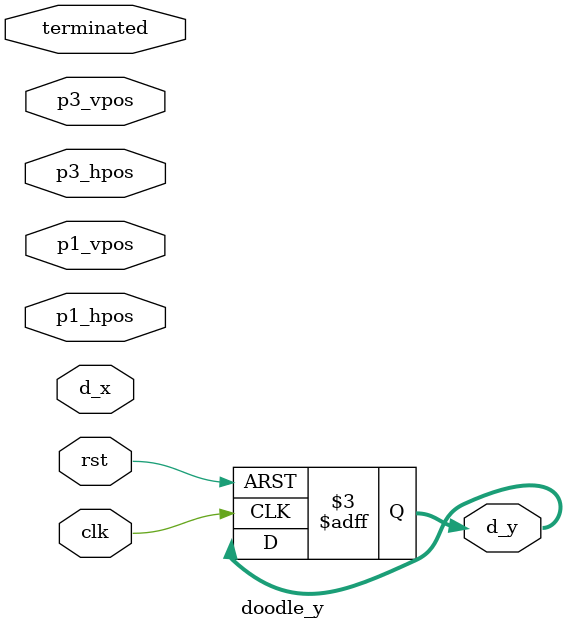
<source format=v>
`timescale 1ns / 1ps

module doodle_y(
    input clk, 
    input rst,
    input terminated,
    input [9:0] p1_vpos,
    input [9:0] p3_vpos,
    input [9:0] p1_hpos,
    input [9:0] p3_hpos,
    input wire [9:0] d_x,
    output reg [9:0] d_y
	 
   );
     
    localparam size = 50;
    localparam plat_width = 75;
    localparam gravity = 2;
     
	 
	  
    initial begin
		 d_y = 510;
    end
     
    always @ (posedge clk or posedge rst) begin
        if (rst) begin
             d_y <= 510;
        end    
 
    end

endmodule

</source>
